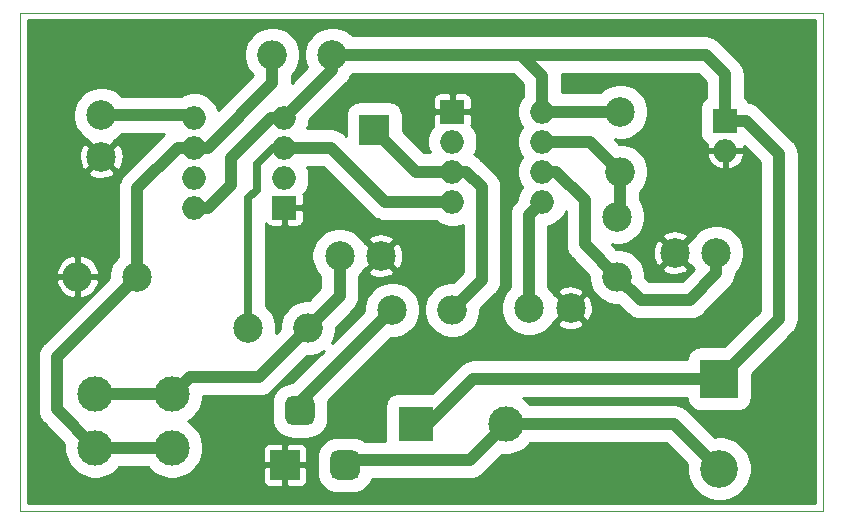
<source format=gbr>
%TF.GenerationSoftware,KiCad,Pcbnew,5.1.7-a382d34a8~87~ubuntu18.04.1*%
%TF.CreationDate,2020-10-29T22:49:13+05:30*%
%TF.ProjectId,leddriver,6c656464-7269-4766-9572-2e6b69636164,rev?*%
%TF.SameCoordinates,Original*%
%TF.FileFunction,Copper,L2,Bot*%
%TF.FilePolarity,Positive*%
%FSLAX46Y46*%
G04 Gerber Fmt 4.6, Leading zero omitted, Abs format (unit mm)*
G04 Created by KiCad (PCBNEW 5.1.7-a382d34a8~87~ubuntu18.04.1) date 2020-10-29 22:49:13*
%MOMM*%
%LPD*%
G01*
G04 APERTURE LIST*
%TA.AperFunction,Profile*%
%ADD10C,0.050000*%
%TD*%
%TA.AperFunction,ComponentPad*%
%ADD11O,2.000000X2.000000*%
%TD*%
%TA.AperFunction,ComponentPad*%
%ADD12R,2.000000X2.000000*%
%TD*%
%TA.AperFunction,ComponentPad*%
%ADD13O,2.500000X2.500000*%
%TD*%
%TA.AperFunction,ComponentPad*%
%ADD14C,2.500000*%
%TD*%
%TA.AperFunction,ComponentPad*%
%ADD15C,3.000000*%
%TD*%
%TA.AperFunction,ComponentPad*%
%ADD16R,3.000000X3.000000*%
%TD*%
%TA.AperFunction,ComponentPad*%
%ADD17R,2.500000X2.500000*%
%TD*%
%TA.AperFunction,ComponentPad*%
%ADD18O,3.200000X3.200000*%
%TD*%
%TA.AperFunction,ComponentPad*%
%ADD19R,3.200000X3.200000*%
%TD*%
%TA.AperFunction,Conductor*%
%ADD20C,1.000000*%
%TD*%
%TA.AperFunction,Conductor*%
%ADD21C,0.700000*%
%TD*%
%TA.AperFunction,Conductor*%
%ADD22C,0.254000*%
%TD*%
%TA.AperFunction,Conductor*%
%ADD23C,0.100000*%
%TD*%
G04 APERTURE END LIST*
D10*
X203911200Y-61722000D02*
X271830800Y-61722000D01*
X203911200Y-19507200D02*
X203911200Y-61722000D01*
X271830800Y-19507200D02*
X271830800Y-61722000D01*
X203911200Y-19507200D02*
X271830800Y-19507200D01*
D11*
%TO.P,U1,8*%
%TO.N,VCC*%
X218643200Y-36017200D03*
%TO.P,U1,4*%
X226263200Y-28397200D03*
%TO.P,U1,7*%
%TO.N,N/C*%
X218643200Y-33477200D03*
%TO.P,U1,3*%
%TO.N,OUT1*%
X226263200Y-30937200D03*
%TO.P,U1,6*%
%TO.N,/THR1*%
X218643200Y-30937200D03*
%TO.P,U1,2*%
X226263200Y-33477200D03*
%TO.P,U1,5*%
%TO.N,/CTRL1*%
X218643200Y-28397200D03*
D12*
%TO.P,U1,1*%
%TO.N,GND*%
X226263200Y-36017200D03*
%TD*%
D13*
%TO.P,R6,2*%
%TO.N,OUT*%
X240487200Y-44653200D03*
D14*
%TO.P,R6,1*%
%TO.N,Net-(Q1-Pad2)*%
X235407200Y-44653200D03*
%TD*%
%TO.P,C1,2*%
%TO.N,GND*%
X234436800Y-40081200D03*
%TO.P,C1,1*%
%TO.N,Net-(C1-Pad1)*%
X230936800Y-40081200D03*
%TD*%
D15*
%TO.P,BZ1,2*%
%TO.N,Net-(BZ1-Pad2)*%
X245039200Y-54305200D03*
D16*
%TO.P,BZ1,1*%
%TO.N,VCC*%
X237439200Y-54305200D03*
%TD*%
%TO.P,Q1,2*%
%TO.N,Net-(Q1-Pad2)*%
%TA.AperFunction,ComponentPad*%
G36*
G01*
X226334000Y-53819000D02*
X226334000Y-52569000D01*
G75*
G02*
X226959000Y-51944000I625000J0D01*
G01*
X228209000Y-51944000D01*
G75*
G02*
X228834000Y-52569000I0J-625000D01*
G01*
X228834000Y-53819000D01*
G75*
G02*
X228209000Y-54444000I-625000J0D01*
G01*
X226959000Y-54444000D01*
G75*
G02*
X226334000Y-53819000I0J625000D01*
G01*
G37*
%TD.AperFunction*%
%TO.P,Q1,3*%
%TO.N,Net-(BZ1-Pad2)*%
%TA.AperFunction,ComponentPad*%
G36*
G01*
X230144000Y-58429000D02*
X230144000Y-57179000D01*
G75*
G02*
X230769000Y-56554000I625000J0D01*
G01*
X232019000Y-56554000D01*
G75*
G02*
X232644000Y-57179000I0J-625000D01*
G01*
X232644000Y-58429000D01*
G75*
G02*
X232019000Y-59054000I-625000J0D01*
G01*
X230769000Y-59054000D01*
G75*
G02*
X230144000Y-58429000I0J625000D01*
G01*
G37*
%TD.AperFunction*%
D17*
%TO.P,Q1,1*%
%TO.N,GND*%
X226314000Y-57804000D03*
%TD*%
D14*
%TO.P,C4,2*%
%TO.N,GND*%
X250489600Y-44500800D03*
%TO.P,C4,1*%
%TO.N,/CTRL2*%
X246989600Y-44500800D03*
%TD*%
D11*
%TO.P,U2,8*%
%TO.N,VCC*%
X248107200Y-27889200D03*
%TO.P,U2,4*%
%TO.N,OUT1*%
X240487200Y-35509200D03*
%TO.P,U2,7*%
%TO.N,/DIS2*%
X248107200Y-30429200D03*
%TO.P,U2,3*%
%TO.N,OUT*%
X240487200Y-32969200D03*
%TO.P,U2,6*%
%TO.N,/THR2*%
X248107200Y-32969200D03*
%TO.P,U2,2*%
X240487200Y-30429200D03*
%TO.P,U2,5*%
%TO.N,/CTRL2*%
X248107200Y-35509200D03*
D12*
%TO.P,U2,1*%
%TO.N,GND*%
X240487200Y-27889200D03*
%TD*%
D17*
%TO.P,J1,1*%
%TO.N,OUT*%
X233883200Y-29413200D03*
%TD*%
D11*
%TO.P,J2,2*%
%TO.N,GND*%
X263601200Y-31191200D03*
D12*
%TO.P,J2,1*%
%TO.N,VCC*%
X263601200Y-28651200D03*
%TD*%
D14*
%TO.P,C3,2*%
%TO.N,GND*%
X259339200Y-39827200D03*
%TO.P,C3,1*%
%TO.N,/THR2*%
X262839200Y-39827200D03*
%TD*%
D18*
%TO.P,D1,2*%
%TO.N,Net-(BZ1-Pad2)*%
X263093200Y-58115200D03*
D19*
%TO.P,D1,1*%
%TO.N,VCC*%
X263093200Y-50495200D03*
%TD*%
D13*
%TO.P,R5,2*%
%TO.N,/THR2*%
X254457200Y-41859200D03*
D14*
%TO.P,R5,1*%
%TO.N,/DIS2*%
X254457200Y-36779200D03*
%TD*%
D13*
%TO.P,R4,2*%
%TO.N,/DIS2*%
X254711200Y-32969200D03*
D14*
%TO.P,R4,1*%
%TO.N,VCC*%
X254711200Y-27889200D03*
%TD*%
D13*
%TO.P,R3,2*%
%TO.N,GND*%
X208737200Y-41859200D03*
D14*
%TO.P,R3,1*%
%TO.N,/THR1*%
X213817200Y-41859200D03*
%TD*%
D13*
%TO.P,R2,2*%
%TO.N,/THR1*%
X225247200Y-23063200D03*
D14*
%TO.P,R2,1*%
%TO.N,VCC*%
X230327200Y-23063200D03*
%TD*%
D13*
%TO.P,R1,2*%
%TO.N,Net-(C1-Pad1)*%
X228295200Y-46177200D03*
D14*
%TO.P,R1,1*%
%TO.N,OUT1*%
X223215200Y-46177200D03*
%TD*%
%TO.P,C2,2*%
%TO.N,GND*%
X210769200Y-31699200D03*
%TO.P,C2,1*%
%TO.N,/CTRL1*%
X210769200Y-28199200D03*
%TD*%
D15*
%TO.P,SW1,1*%
%TO.N,Net-(C1-Pad1)*%
X216761200Y-51837200D03*
%TO.P,SW1,2*%
%TO.N,/THR1*%
X216761200Y-56337200D03*
%TO.P,SW1,1*%
%TO.N,Net-(C1-Pad1)*%
X210261200Y-51837200D03*
%TO.P,SW1,2*%
%TO.N,/THR1*%
X210261200Y-56337200D03*
%TD*%
D20*
%TO.N,Net-(C1-Pad1)*%
X224135199Y-50337201D02*
X228295200Y-46177200D01*
X218261199Y-50337201D02*
X224135199Y-50337201D01*
X216761200Y-51837200D02*
X218261199Y-50337201D01*
X210261200Y-51837200D02*
X216761200Y-51837200D01*
X229819200Y-44653200D02*
X228295200Y-46177200D01*
X230936800Y-43535600D02*
X229819200Y-44653200D01*
X230936800Y-40081200D02*
X230936800Y-43535600D01*
%TO.N,VCC*%
X230327200Y-23063200D02*
X246329200Y-23063200D01*
X248107200Y-24841200D02*
X248107200Y-27889200D01*
X246329200Y-23063200D02*
X248107200Y-24841200D01*
X246329200Y-23063200D02*
X261924800Y-23063200D01*
X263601200Y-24739600D02*
X263601200Y-28651200D01*
X261924800Y-23063200D02*
X263601200Y-24739600D01*
X248107200Y-27889200D02*
X254711200Y-27889200D01*
X263601200Y-28651200D02*
X265328400Y-28651200D01*
X265328400Y-28651200D02*
X268173200Y-31496000D01*
X268173200Y-45415200D02*
X263093200Y-50495200D01*
X268173200Y-31496000D02*
X268173200Y-45415200D01*
X237439200Y-54305200D02*
X238455200Y-54305200D01*
X242265200Y-50495200D02*
X263093200Y-50495200D01*
X238455200Y-54305200D02*
X242265200Y-50495200D01*
X230327200Y-24333200D02*
X230327200Y-23063200D01*
X226263200Y-28397200D02*
X230327200Y-24333200D01*
X225171643Y-28397200D02*
X226263200Y-28397200D01*
X221742000Y-31826843D02*
X225171643Y-28397200D01*
X221742000Y-34078402D02*
X221742000Y-31826843D01*
X219803202Y-36017200D02*
X221742000Y-34078402D01*
X218643200Y-36017200D02*
X219803202Y-36017200D01*
%TO.N,OUT*%
X241647202Y-32969200D02*
X240487200Y-32969200D01*
X242987201Y-34309199D02*
X241647202Y-32969200D01*
X242987201Y-42153199D02*
X242987201Y-34309199D01*
X240487200Y-44653200D02*
X242987201Y-42153199D01*
X237439200Y-32969200D02*
X240487200Y-32969200D01*
X233883200Y-29413200D02*
X237439200Y-32969200D01*
%TO.N,OUT1*%
X234779198Y-35509200D02*
X240487200Y-35509200D01*
X226263200Y-30937200D02*
X230207198Y-30937200D01*
X230207198Y-30937200D02*
X234779198Y-35509200D01*
X227677413Y-30937200D02*
X226263200Y-30937200D01*
D21*
X223913199Y-32349199D02*
X225325198Y-30937200D01*
X225325198Y-30937200D02*
X226263200Y-30937200D01*
X223913199Y-34523512D02*
X223913199Y-32349199D01*
X223215200Y-35221511D02*
X223913199Y-34523512D01*
X223215200Y-46177200D02*
X223215200Y-35221511D01*
D20*
%TO.N,Net-(BZ1-Pad2)*%
X241940400Y-57404000D02*
X245039200Y-54305200D01*
X231394000Y-57404000D02*
X241940400Y-57404000D01*
X259283200Y-54305200D02*
X263093200Y-58115200D01*
X245039200Y-54305200D02*
X259283200Y-54305200D01*
%TO.N,/CTRL1*%
X218445200Y-28199200D02*
X218643200Y-28397200D01*
X210769200Y-28199200D02*
X218445200Y-28199200D01*
%TO.N,/THR2*%
X251707199Y-39109199D02*
X254457200Y-41859200D01*
X251707199Y-35409197D02*
X251707199Y-39109199D01*
X249267202Y-32969200D02*
X251707199Y-35409197D01*
X248107200Y-32969200D02*
X249267202Y-32969200D01*
X254457200Y-41859200D02*
X256438400Y-43840400D01*
X262839200Y-41594966D02*
X262839200Y-39827200D01*
X260593766Y-43840400D02*
X262839200Y-41594966D01*
X256438400Y-43840400D02*
X260593766Y-43840400D01*
%TO.N,/CTRL2*%
X246989600Y-36626800D02*
X246989600Y-44500800D01*
X248107200Y-35509200D02*
X246989600Y-36626800D01*
%TO.N,/THR1*%
X219803202Y-30937200D02*
X218643200Y-30937200D01*
X225247200Y-25493202D02*
X219803202Y-30937200D01*
X225247200Y-23063200D02*
X225247200Y-25493202D01*
X217228987Y-30937200D02*
X213817200Y-34348987D01*
X213817200Y-34348987D02*
X213817200Y-41859200D01*
X218643200Y-30937200D02*
X217228987Y-30937200D01*
X210261200Y-56337200D02*
X216761200Y-56337200D01*
X210261200Y-56337200D02*
X207010000Y-53086000D01*
X207010000Y-48666400D02*
X213817200Y-41859200D01*
X207010000Y-53086000D02*
X207010000Y-48666400D01*
%TO.N,/DIS2*%
X252171200Y-30429200D02*
X254711200Y-32969200D01*
X248107200Y-30429200D02*
X252171200Y-30429200D01*
X254711200Y-36525200D02*
X254457200Y-36779200D01*
X254711200Y-32969200D02*
X254711200Y-36525200D01*
%TO.N,Net-(Q1-Pad2)*%
X227584000Y-53594000D02*
X227584000Y-52476400D01*
X227584000Y-52476400D02*
X235407200Y-44653200D01*
%TD*%
D22*
%TO.N,GND*%
X271170801Y-61062000D02*
X204571200Y-61062000D01*
X204571200Y-59054000D01*
X224425928Y-59054000D01*
X224438188Y-59178482D01*
X224474498Y-59298180D01*
X224533463Y-59408494D01*
X224612815Y-59505185D01*
X224709506Y-59584537D01*
X224819820Y-59643502D01*
X224939518Y-59679812D01*
X225064000Y-59692072D01*
X226028250Y-59689000D01*
X226187000Y-59530250D01*
X226187000Y-57931000D01*
X226441000Y-57931000D01*
X226441000Y-59530250D01*
X226599750Y-59689000D01*
X227564000Y-59692072D01*
X227688482Y-59679812D01*
X227808180Y-59643502D01*
X227918494Y-59584537D01*
X228015185Y-59505185D01*
X228094537Y-59408494D01*
X228153502Y-59298180D01*
X228189812Y-59178482D01*
X228202072Y-59054000D01*
X228199000Y-58089750D01*
X228040250Y-57931000D01*
X226441000Y-57931000D01*
X226187000Y-57931000D01*
X224587750Y-57931000D01*
X224429000Y-58089750D01*
X224425928Y-59054000D01*
X204571200Y-59054000D01*
X204571200Y-48666400D01*
X205375129Y-48666400D01*
X205383001Y-48746324D01*
X205383000Y-53006085D01*
X205375129Y-53086000D01*
X205383000Y-53165914D01*
X205383000Y-53165924D01*
X205406542Y-53404947D01*
X205499575Y-53711637D01*
X205650654Y-53994285D01*
X205853971Y-54242029D01*
X205916054Y-54292979D01*
X207645372Y-56022298D01*
X207634200Y-56078463D01*
X207634200Y-56595937D01*
X207735154Y-57103468D01*
X207933183Y-57581551D01*
X208220676Y-58011815D01*
X208586585Y-58377724D01*
X209016849Y-58665217D01*
X209494932Y-58863246D01*
X210002463Y-58964200D01*
X210519937Y-58964200D01*
X211027468Y-58863246D01*
X211505551Y-58665217D01*
X211935815Y-58377724D01*
X212301724Y-58011815D01*
X212333539Y-57964200D01*
X214688861Y-57964200D01*
X214720676Y-58011815D01*
X215086585Y-58377724D01*
X215516849Y-58665217D01*
X215994932Y-58863246D01*
X216502463Y-58964200D01*
X217019937Y-58964200D01*
X217527468Y-58863246D01*
X218005551Y-58665217D01*
X218435815Y-58377724D01*
X218801724Y-58011815D01*
X219089217Y-57581551D01*
X219287246Y-57103468D01*
X219388200Y-56595937D01*
X219388200Y-56554000D01*
X224425928Y-56554000D01*
X224429000Y-57518250D01*
X224587750Y-57677000D01*
X226187000Y-57677000D01*
X226187000Y-56077750D01*
X226441000Y-56077750D01*
X226441000Y-57677000D01*
X228040250Y-57677000D01*
X228199000Y-57518250D01*
X228202072Y-56554000D01*
X228189812Y-56429518D01*
X228153502Y-56309820D01*
X228094537Y-56199506D01*
X228015185Y-56102815D01*
X227918494Y-56023463D01*
X227808180Y-55964498D01*
X227688482Y-55928188D01*
X227564000Y-55915928D01*
X226599750Y-55919000D01*
X226441000Y-56077750D01*
X226187000Y-56077750D01*
X226028250Y-55919000D01*
X225064000Y-55915928D01*
X224939518Y-55928188D01*
X224819820Y-55964498D01*
X224709506Y-56023463D01*
X224612815Y-56102815D01*
X224533463Y-56199506D01*
X224474498Y-56309820D01*
X224438188Y-56429518D01*
X224425928Y-56554000D01*
X219388200Y-56554000D01*
X219388200Y-56078463D01*
X219287246Y-55570932D01*
X219089217Y-55092849D01*
X218801724Y-54662585D01*
X218435815Y-54296676D01*
X218122312Y-54087200D01*
X218435815Y-53877724D01*
X218801724Y-53511815D01*
X219089217Y-53081551D01*
X219287246Y-52603468D01*
X219388200Y-52095937D01*
X219388200Y-51964201D01*
X224055285Y-51964201D01*
X224135199Y-51972072D01*
X224215113Y-51964201D01*
X224215124Y-51964201D01*
X224454147Y-51940659D01*
X224760837Y-51847626D01*
X225043485Y-51696547D01*
X225291228Y-51493230D01*
X225342178Y-51431147D01*
X228219126Y-48554200D01*
X228529314Y-48554200D01*
X228988545Y-48462853D01*
X229421132Y-48283670D01*
X229585899Y-48173576D01*
X226946718Y-50812757D01*
X226616138Y-50845316D01*
X226286452Y-50945325D01*
X225982611Y-51107731D01*
X225716293Y-51326293D01*
X225497731Y-51592611D01*
X225335325Y-51896452D01*
X225235316Y-52226138D01*
X225201547Y-52569000D01*
X225201547Y-53819000D01*
X225235316Y-54161862D01*
X225335325Y-54491548D01*
X225497731Y-54795389D01*
X225716293Y-55061707D01*
X225982611Y-55280269D01*
X226286452Y-55442675D01*
X226616138Y-55542684D01*
X226959000Y-55576453D01*
X228209000Y-55576453D01*
X228551862Y-55542684D01*
X228881548Y-55442675D01*
X229185389Y-55280269D01*
X229451707Y-55061707D01*
X229670269Y-54795389D01*
X229832675Y-54491548D01*
X229932684Y-54161862D01*
X229966453Y-53819000D01*
X229966453Y-52569000D01*
X229950841Y-52410484D01*
X235331125Y-47030200D01*
X235641314Y-47030200D01*
X236100545Y-46938853D01*
X236533132Y-46759670D01*
X236922449Y-46499536D01*
X237253536Y-46168449D01*
X237513670Y-45779132D01*
X237692853Y-45346545D01*
X237784200Y-44887314D01*
X237784200Y-44419086D01*
X237692853Y-43959855D01*
X237513670Y-43527268D01*
X237253536Y-43137951D01*
X236922449Y-42806864D01*
X236533132Y-42546730D01*
X236100545Y-42367547D01*
X235641314Y-42276200D01*
X235173086Y-42276200D01*
X234713855Y-42367547D01*
X234281268Y-42546730D01*
X233891951Y-42806864D01*
X233560864Y-43137951D01*
X233300730Y-43527268D01*
X233121547Y-43959855D01*
X233030200Y-44419086D01*
X233030200Y-44729275D01*
X230291576Y-47467899D01*
X230401670Y-47303132D01*
X230580853Y-46870545D01*
X230672200Y-46411314D01*
X230672200Y-46101125D01*
X231026178Y-45747147D01*
X232030751Y-44742575D01*
X232092829Y-44691629D01*
X232143775Y-44629551D01*
X232143778Y-44629548D01*
X232296146Y-44443886D01*
X232361726Y-44321195D01*
X232447225Y-44161238D01*
X232540258Y-43854548D01*
X232563800Y-43615525D01*
X232563800Y-43615515D01*
X232571671Y-43535601D01*
X232563800Y-43455686D01*
X232563800Y-41815785D01*
X232783136Y-41596449D01*
X232917870Y-41394805D01*
X233302800Y-41394805D01*
X233428714Y-41684777D01*
X233760926Y-41850633D01*
X234119112Y-41948490D01*
X234489506Y-41974589D01*
X234857875Y-41927925D01*
X235210062Y-41810294D01*
X235444886Y-41684777D01*
X235570800Y-41394805D01*
X234436800Y-40260805D01*
X233302800Y-41394805D01*
X232917870Y-41394805D01*
X233043270Y-41207132D01*
X233052622Y-41184555D01*
X233123195Y-41215200D01*
X234257195Y-40081200D01*
X234616405Y-40081200D01*
X235750405Y-41215200D01*
X236040377Y-41089286D01*
X236206233Y-40757074D01*
X236304090Y-40398888D01*
X236330189Y-40028494D01*
X236283525Y-39660125D01*
X236165894Y-39307938D01*
X236040377Y-39073114D01*
X235750405Y-38947200D01*
X234616405Y-40081200D01*
X234257195Y-40081200D01*
X233123195Y-38947200D01*
X233052622Y-38977845D01*
X233043270Y-38955268D01*
X232917871Y-38767595D01*
X233302800Y-38767595D01*
X234436800Y-39901595D01*
X235570800Y-38767595D01*
X235444886Y-38477623D01*
X235112674Y-38311767D01*
X234754488Y-38213910D01*
X234384094Y-38187811D01*
X234015725Y-38234475D01*
X233663538Y-38352106D01*
X233428714Y-38477623D01*
X233302800Y-38767595D01*
X232917871Y-38767595D01*
X232783136Y-38565951D01*
X232452049Y-38234864D01*
X232062732Y-37974730D01*
X231630145Y-37795547D01*
X231170914Y-37704200D01*
X230702686Y-37704200D01*
X230243455Y-37795547D01*
X229810868Y-37974730D01*
X229421551Y-38234864D01*
X229090464Y-38565951D01*
X228830330Y-38955268D01*
X228651147Y-39387855D01*
X228559800Y-39847086D01*
X228559800Y-40315314D01*
X228651147Y-40774545D01*
X228830330Y-41207132D01*
X229090464Y-41596449D01*
X229309801Y-41815786D01*
X229309801Y-42861674D01*
X228371275Y-43800200D01*
X228061086Y-43800200D01*
X227601855Y-43891547D01*
X227169268Y-44070730D01*
X226779951Y-44330864D01*
X226448864Y-44661951D01*
X226188730Y-45051268D01*
X226009547Y-45483855D01*
X225918200Y-45943086D01*
X225918200Y-46253274D01*
X225550495Y-46620980D01*
X225592200Y-46411314D01*
X225592200Y-45943086D01*
X225500853Y-45483855D01*
X225321670Y-45051268D01*
X225061536Y-44661951D01*
X224730449Y-44330864D01*
X224692200Y-44305307D01*
X224692200Y-37295994D01*
X224732663Y-37371694D01*
X224812015Y-37468385D01*
X224908706Y-37547737D01*
X225019020Y-37606702D01*
X225138718Y-37643012D01*
X225263200Y-37655272D01*
X225977450Y-37652200D01*
X226136200Y-37493450D01*
X226136200Y-36144200D01*
X226390200Y-36144200D01*
X226390200Y-37493450D01*
X226548950Y-37652200D01*
X227263200Y-37655272D01*
X227387682Y-37643012D01*
X227507380Y-37606702D01*
X227617694Y-37547737D01*
X227714385Y-37468385D01*
X227793737Y-37371694D01*
X227852702Y-37261380D01*
X227889012Y-37141682D01*
X227901272Y-37017200D01*
X227898200Y-36302950D01*
X227739450Y-36144200D01*
X226390200Y-36144200D01*
X226136200Y-36144200D01*
X226116200Y-36144200D01*
X226116200Y-35890200D01*
X226136200Y-35890200D01*
X226136200Y-35870200D01*
X226390200Y-35870200D01*
X226390200Y-35890200D01*
X227739450Y-35890200D01*
X227898200Y-35731450D01*
X227901272Y-35017200D01*
X227889012Y-34892718D01*
X227881262Y-34867171D01*
X227915349Y-34833084D01*
X228148123Y-34484712D01*
X228308461Y-34097623D01*
X228390200Y-33686691D01*
X228390200Y-33267709D01*
X228308461Y-32856777D01*
X228187271Y-32564200D01*
X229533273Y-32564200D01*
X233572218Y-36603145D01*
X233623169Y-36665229D01*
X233749058Y-36768543D01*
X233870911Y-36868546D01*
X234015344Y-36945747D01*
X234153560Y-37019625D01*
X234460250Y-37112658D01*
X234699273Y-37136200D01*
X234699283Y-37136200D01*
X234779197Y-37144071D01*
X234859112Y-37136200D01*
X239106167Y-37136200D01*
X239131316Y-37161349D01*
X239479688Y-37394123D01*
X239866777Y-37554461D01*
X240277709Y-37636200D01*
X240696691Y-37636200D01*
X241107623Y-37554461D01*
X241360202Y-37449839D01*
X241360201Y-41479273D01*
X240563275Y-42276200D01*
X240253086Y-42276200D01*
X239793855Y-42367547D01*
X239361268Y-42546730D01*
X238971951Y-42806864D01*
X238640864Y-43137951D01*
X238380730Y-43527268D01*
X238201547Y-43959855D01*
X238110200Y-44419086D01*
X238110200Y-44887314D01*
X238201547Y-45346545D01*
X238380730Y-45779132D01*
X238640864Y-46168449D01*
X238971951Y-46499536D01*
X239361268Y-46759670D01*
X239793855Y-46938853D01*
X240253086Y-47030200D01*
X240721314Y-47030200D01*
X241180545Y-46938853D01*
X241613132Y-46759670D01*
X242002449Y-46499536D01*
X242333536Y-46168449D01*
X242593670Y-45779132D01*
X242772853Y-45346545D01*
X242864200Y-44887314D01*
X242864200Y-44577125D01*
X244081153Y-43360173D01*
X244143230Y-43309228D01*
X244194176Y-43247150D01*
X244194179Y-43247147D01*
X244346547Y-43061485D01*
X244497625Y-42778839D01*
X244501069Y-42767486D01*
X244590659Y-42472147D01*
X244614201Y-42233124D01*
X244614201Y-42233114D01*
X244622072Y-42153200D01*
X244614201Y-42073285D01*
X244614201Y-34389124D01*
X244622073Y-34309199D01*
X244590659Y-33990251D01*
X244565024Y-33905743D01*
X244497626Y-33683561D01*
X244346547Y-33400913D01*
X244255104Y-33289489D01*
X244194179Y-33215251D01*
X244194176Y-33215248D01*
X244143230Y-33153170D01*
X244081152Y-33102224D01*
X242854179Y-31875252D01*
X242803231Y-31813171D01*
X242555488Y-31609854D01*
X242335133Y-31492071D01*
X242372123Y-31436712D01*
X242532461Y-31049623D01*
X242614200Y-30638691D01*
X242614200Y-30219709D01*
X242532461Y-29808777D01*
X242372123Y-29421688D01*
X242139349Y-29073316D01*
X242105262Y-29039229D01*
X242113012Y-29013682D01*
X242125272Y-28889200D01*
X242122200Y-28174950D01*
X241963450Y-28016200D01*
X240614200Y-28016200D01*
X240614200Y-28036200D01*
X240360200Y-28036200D01*
X240360200Y-28016200D01*
X239010950Y-28016200D01*
X238852200Y-28174950D01*
X238849128Y-28889200D01*
X238861388Y-29013682D01*
X238869138Y-29039229D01*
X238835051Y-29073316D01*
X238602277Y-29421688D01*
X238441939Y-29808777D01*
X238360200Y-30219709D01*
X238360200Y-30638691D01*
X238441939Y-31049623D01*
X238563129Y-31342200D01*
X238113125Y-31342200D01*
X236265653Y-29494728D01*
X236265653Y-28163200D01*
X236243893Y-27942269D01*
X236179450Y-27729829D01*
X236074800Y-27534043D01*
X235933965Y-27362435D01*
X235762357Y-27221600D01*
X235566571Y-27116950D01*
X235354131Y-27052507D01*
X235133200Y-27030747D01*
X232633200Y-27030747D01*
X232412269Y-27052507D01*
X232199829Y-27116950D01*
X232004043Y-27221600D01*
X231832435Y-27362435D01*
X231691600Y-27534043D01*
X231586950Y-27729829D01*
X231522507Y-27942269D01*
X231500747Y-28163200D01*
X231500747Y-29929824D01*
X231414176Y-29843253D01*
X231363227Y-29781171D01*
X231115484Y-29577854D01*
X230832836Y-29426775D01*
X230526146Y-29333742D01*
X230287123Y-29310200D01*
X230287112Y-29310200D01*
X230207198Y-29302329D01*
X230127284Y-29310200D01*
X228187271Y-29310200D01*
X228308461Y-29017623D01*
X228390200Y-28606691D01*
X228390200Y-28571125D01*
X230072125Y-26889200D01*
X238849128Y-26889200D01*
X238852200Y-27603450D01*
X239010950Y-27762200D01*
X240360200Y-27762200D01*
X240360200Y-26412950D01*
X240614200Y-26412950D01*
X240614200Y-27762200D01*
X241963450Y-27762200D01*
X242122200Y-27603450D01*
X242125272Y-26889200D01*
X242113012Y-26764718D01*
X242076702Y-26645020D01*
X242017737Y-26534706D01*
X241938385Y-26438015D01*
X241841694Y-26358663D01*
X241731380Y-26299698D01*
X241611682Y-26263388D01*
X241487200Y-26251128D01*
X240772950Y-26254200D01*
X240614200Y-26412950D01*
X240360200Y-26412950D01*
X240201450Y-26254200D01*
X239487200Y-26251128D01*
X239362718Y-26263388D01*
X239243020Y-26299698D01*
X239132706Y-26358663D01*
X239036015Y-26438015D01*
X238956663Y-26534706D01*
X238897698Y-26645020D01*
X238861388Y-26764718D01*
X238849128Y-26889200D01*
X230072125Y-26889200D01*
X231421152Y-25540174D01*
X231483229Y-25489229D01*
X231534175Y-25427151D01*
X231534178Y-25427148D01*
X231686546Y-25241486D01*
X231722482Y-25174255D01*
X231837625Y-24958838D01*
X231856992Y-24894993D01*
X232061785Y-24690200D01*
X245655275Y-24690200D01*
X246480200Y-25515126D01*
X246480201Y-26508166D01*
X246455051Y-26533316D01*
X246222277Y-26881688D01*
X246061939Y-27268777D01*
X245980200Y-27679709D01*
X245980200Y-28098691D01*
X246061939Y-28509623D01*
X246222277Y-28896712D01*
X246397665Y-29159200D01*
X246222277Y-29421688D01*
X246061939Y-29808777D01*
X245980200Y-30219709D01*
X245980200Y-30638691D01*
X246061939Y-31049623D01*
X246222277Y-31436712D01*
X246397665Y-31699200D01*
X246222277Y-31961688D01*
X246061939Y-32348777D01*
X245980200Y-32759709D01*
X245980200Y-33178691D01*
X246061939Y-33589623D01*
X246222277Y-33976712D01*
X246397665Y-34239200D01*
X246222277Y-34501688D01*
X246061939Y-34888777D01*
X245980200Y-35299709D01*
X245980200Y-35335275D01*
X245895654Y-35419821D01*
X245833571Y-35470771D01*
X245630254Y-35718515D01*
X245479175Y-36001163D01*
X245386142Y-36307853D01*
X245362600Y-36546876D01*
X245362600Y-36546886D01*
X245354729Y-36626800D01*
X245362600Y-36706715D01*
X245362601Y-42766214D01*
X245143264Y-42985551D01*
X244883130Y-43374868D01*
X244703947Y-43807455D01*
X244612600Y-44266686D01*
X244612600Y-44734914D01*
X244703947Y-45194145D01*
X244883130Y-45626732D01*
X245143264Y-46016049D01*
X245474351Y-46347136D01*
X245863668Y-46607270D01*
X246296255Y-46786453D01*
X246755486Y-46877800D01*
X247223714Y-46877800D01*
X247682945Y-46786453D01*
X248115532Y-46607270D01*
X248504849Y-46347136D01*
X248835936Y-46016049D01*
X248970670Y-45814405D01*
X249355600Y-45814405D01*
X249481514Y-46104377D01*
X249813726Y-46270233D01*
X250171912Y-46368090D01*
X250542306Y-46394189D01*
X250910675Y-46347525D01*
X251262862Y-46229894D01*
X251497686Y-46104377D01*
X251623600Y-45814405D01*
X250489600Y-44680405D01*
X249355600Y-45814405D01*
X248970670Y-45814405D01*
X249096070Y-45626732D01*
X249105422Y-45604155D01*
X249175995Y-45634800D01*
X250309995Y-44500800D01*
X250669205Y-44500800D01*
X251803205Y-45634800D01*
X252093177Y-45508886D01*
X252259033Y-45176674D01*
X252356890Y-44818488D01*
X252382989Y-44448094D01*
X252336325Y-44079725D01*
X252218694Y-43727538D01*
X252093177Y-43492714D01*
X251803205Y-43366800D01*
X250669205Y-44500800D01*
X250309995Y-44500800D01*
X249175995Y-43366800D01*
X249105422Y-43397445D01*
X249096070Y-43374868D01*
X248970671Y-43187195D01*
X249355600Y-43187195D01*
X250489600Y-44321195D01*
X251623600Y-43187195D01*
X251497686Y-42897223D01*
X251165474Y-42731367D01*
X250807288Y-42633510D01*
X250436894Y-42607411D01*
X250068525Y-42654075D01*
X249716338Y-42771706D01*
X249481514Y-42897223D01*
X249355600Y-43187195D01*
X248970671Y-43187195D01*
X248835936Y-42985551D01*
X248616600Y-42766215D01*
X248616600Y-37576545D01*
X248727623Y-37554461D01*
X249114712Y-37394123D01*
X249463084Y-37161349D01*
X249759349Y-36865084D01*
X249992123Y-36516712D01*
X250080199Y-36304078D01*
X250080200Y-39029275D01*
X250072328Y-39109199D01*
X250080200Y-39189124D01*
X250103742Y-39428147D01*
X250196775Y-39734837D01*
X250347853Y-40017484D01*
X250500221Y-40203146D01*
X250500225Y-40203150D01*
X250551171Y-40265228D01*
X250613249Y-40316174D01*
X252080200Y-41783126D01*
X252080200Y-42093314D01*
X252171547Y-42552545D01*
X252350730Y-42985132D01*
X252610864Y-43374449D01*
X252941951Y-43705536D01*
X253331268Y-43965670D01*
X253763855Y-44144853D01*
X254223086Y-44236200D01*
X254533274Y-44236200D01*
X255231425Y-44934351D01*
X255282371Y-44996429D01*
X255344449Y-45047375D01*
X255344452Y-45047378D01*
X255456165Y-45139058D01*
X255530114Y-45199746D01*
X255812762Y-45350825D01*
X256119452Y-45443858D01*
X256358475Y-45467400D01*
X256358483Y-45467400D01*
X256438400Y-45475271D01*
X256518317Y-45467400D01*
X260513852Y-45467400D01*
X260593766Y-45475271D01*
X260673680Y-45467400D01*
X260673691Y-45467400D01*
X260912714Y-45443858D01*
X261219404Y-45350825D01*
X261502052Y-45199746D01*
X261749795Y-44996429D01*
X261800745Y-44934346D01*
X263933152Y-42801940D01*
X263995229Y-42750995D01*
X264046175Y-42688917D01*
X264046178Y-42688914D01*
X264198546Y-42503252D01*
X264349624Y-42220606D01*
X264359615Y-42187670D01*
X264442658Y-41913914D01*
X264466200Y-41674891D01*
X264466200Y-41674881D01*
X264474071Y-41594967D01*
X264470390Y-41557595D01*
X264685536Y-41342449D01*
X264945670Y-40953132D01*
X265124853Y-40520545D01*
X265216200Y-40061314D01*
X265216200Y-39593086D01*
X265124853Y-39133855D01*
X264945670Y-38701268D01*
X264685536Y-38311951D01*
X264354449Y-37980864D01*
X263965132Y-37720730D01*
X263532545Y-37541547D01*
X263073314Y-37450200D01*
X262605086Y-37450200D01*
X262145855Y-37541547D01*
X261713268Y-37720730D01*
X261323951Y-37980864D01*
X260992864Y-38311951D01*
X260732730Y-38701268D01*
X260723378Y-38723845D01*
X260652805Y-38693200D01*
X259518805Y-39827200D01*
X260652805Y-40961200D01*
X260723378Y-40930555D01*
X260732730Y-40953132D01*
X260911925Y-41221315D01*
X259919841Y-42213400D01*
X257112326Y-42213400D01*
X256834200Y-41935274D01*
X256834200Y-41625086D01*
X256742853Y-41165855D01*
X256732477Y-41140805D01*
X258205200Y-41140805D01*
X258331114Y-41430777D01*
X258663326Y-41596633D01*
X259021512Y-41694490D01*
X259391906Y-41720589D01*
X259760275Y-41673925D01*
X260112462Y-41556294D01*
X260347286Y-41430777D01*
X260473200Y-41140805D01*
X259339200Y-40006805D01*
X258205200Y-41140805D01*
X256732477Y-41140805D01*
X256563670Y-40733268D01*
X256303536Y-40343951D01*
X255972449Y-40012864D01*
X255773464Y-39879906D01*
X257445811Y-39879906D01*
X257492475Y-40248275D01*
X257610106Y-40600462D01*
X257735623Y-40835286D01*
X258025595Y-40961200D01*
X259159595Y-39827200D01*
X258025595Y-38693200D01*
X257735623Y-38819114D01*
X257569767Y-39151326D01*
X257471910Y-39509512D01*
X257445811Y-39879906D01*
X255773464Y-39879906D01*
X255583132Y-39752730D01*
X255150545Y-39573547D01*
X254691314Y-39482200D01*
X254381126Y-39482200D01*
X254013420Y-39114495D01*
X254223086Y-39156200D01*
X254691314Y-39156200D01*
X255150545Y-39064853D01*
X255583132Y-38885670D01*
X255972449Y-38625536D01*
X256084390Y-38513595D01*
X258205200Y-38513595D01*
X259339200Y-39647595D01*
X260473200Y-38513595D01*
X260347286Y-38223623D01*
X260015074Y-38057767D01*
X259656888Y-37959910D01*
X259286494Y-37933811D01*
X258918125Y-37980475D01*
X258565938Y-38098106D01*
X258331114Y-38223623D01*
X258205200Y-38513595D01*
X256084390Y-38513595D01*
X256303536Y-38294449D01*
X256563670Y-37905132D01*
X256742853Y-37472545D01*
X256834200Y-37013314D01*
X256834200Y-36545086D01*
X256742853Y-36085855D01*
X256563670Y-35653268D01*
X256338200Y-35315829D01*
X256338200Y-34703785D01*
X256557536Y-34484449D01*
X256817670Y-34095132D01*
X256996853Y-33662545D01*
X257088200Y-33203314D01*
X257088200Y-32735086D01*
X256996853Y-32275855D01*
X256817670Y-31843268D01*
X256636170Y-31571634D01*
X262011076Y-31571634D01*
X262067698Y-31758307D01*
X262207801Y-32046582D01*
X262401452Y-32301985D01*
X262641208Y-32514701D01*
X262917856Y-32676556D01*
X263220765Y-32781329D01*
X263474200Y-32662515D01*
X263474200Y-31318200D01*
X263728200Y-31318200D01*
X263728200Y-32662515D01*
X263981635Y-32781329D01*
X264284544Y-32676556D01*
X264561192Y-32514701D01*
X264800948Y-32301985D01*
X264994599Y-32046582D01*
X265134702Y-31758307D01*
X265191324Y-31571634D01*
X265071977Y-31318200D01*
X263728200Y-31318200D01*
X263474200Y-31318200D01*
X262130423Y-31318200D01*
X262011076Y-31571634D01*
X256636170Y-31571634D01*
X256557536Y-31453951D01*
X256226449Y-31122864D01*
X255837132Y-30862730D01*
X255404545Y-30683547D01*
X254945314Y-30592200D01*
X254635125Y-30592200D01*
X254267420Y-30224495D01*
X254477086Y-30266200D01*
X254945314Y-30266200D01*
X255404545Y-30174853D01*
X255837132Y-29995670D01*
X256226449Y-29735536D01*
X256557536Y-29404449D01*
X256817670Y-29015132D01*
X256996853Y-28582545D01*
X257088200Y-28123314D01*
X257088200Y-27655086D01*
X256996853Y-27195855D01*
X256817670Y-26763268D01*
X256557536Y-26373951D01*
X256226449Y-26042864D01*
X255837132Y-25782730D01*
X255404545Y-25603547D01*
X254945314Y-25512200D01*
X254477086Y-25512200D01*
X254017855Y-25603547D01*
X253585268Y-25782730D01*
X253195951Y-26042864D01*
X252976615Y-26262200D01*
X249734200Y-26262200D01*
X249734200Y-24921125D01*
X249742072Y-24841200D01*
X249727200Y-24690200D01*
X261250875Y-24690200D01*
X261974200Y-25413525D01*
X261974201Y-26708447D01*
X261972043Y-26709600D01*
X261800435Y-26850435D01*
X261659600Y-27022043D01*
X261554950Y-27217829D01*
X261490507Y-27430269D01*
X261468747Y-27651200D01*
X261468747Y-29651200D01*
X261490507Y-29872131D01*
X261554950Y-30084571D01*
X261659600Y-30280357D01*
X261800435Y-30451965D01*
X261972043Y-30592800D01*
X262062521Y-30641161D01*
X262011076Y-30810766D01*
X262130423Y-31064200D01*
X263474200Y-31064200D01*
X263474200Y-31044200D01*
X263728200Y-31044200D01*
X263728200Y-31064200D01*
X265071977Y-31064200D01*
X265189953Y-30813678D01*
X266546200Y-32169926D01*
X266546201Y-44741273D01*
X263524728Y-47762747D01*
X261493200Y-47762747D01*
X261272269Y-47784507D01*
X261059829Y-47848950D01*
X260864043Y-47953600D01*
X260692435Y-48094435D01*
X260551600Y-48266043D01*
X260446950Y-48461829D01*
X260382507Y-48674269D01*
X260363406Y-48868200D01*
X242345125Y-48868200D01*
X242265200Y-48860328D01*
X242185275Y-48868200D01*
X241946252Y-48891742D01*
X241639562Y-48984775D01*
X241356914Y-49135854D01*
X241109171Y-49339171D01*
X241058222Y-49401253D01*
X238786728Y-51672747D01*
X235939200Y-51672747D01*
X235718269Y-51694507D01*
X235505829Y-51758950D01*
X235310043Y-51863600D01*
X235138435Y-52004435D01*
X234997600Y-52176043D01*
X234892950Y-52371829D01*
X234828507Y-52584269D01*
X234806747Y-52805200D01*
X234806747Y-55777000D01*
X233067608Y-55777000D01*
X232995389Y-55717731D01*
X232691548Y-55555325D01*
X232361862Y-55455316D01*
X232019000Y-55421547D01*
X230769000Y-55421547D01*
X230426138Y-55455316D01*
X230096452Y-55555325D01*
X229792611Y-55717731D01*
X229526293Y-55936293D01*
X229307731Y-56202611D01*
X229145325Y-56506452D01*
X229045316Y-56836138D01*
X229011547Y-57179000D01*
X229011547Y-58429000D01*
X229045316Y-58771862D01*
X229145325Y-59101548D01*
X229307731Y-59405389D01*
X229526293Y-59671707D01*
X229792611Y-59890269D01*
X230096452Y-60052675D01*
X230426138Y-60152684D01*
X230769000Y-60186453D01*
X232019000Y-60186453D01*
X232361862Y-60152684D01*
X232691548Y-60052675D01*
X232995389Y-59890269D01*
X233261707Y-59671707D01*
X233480269Y-59405389D01*
X233642675Y-59101548D01*
X233664075Y-59031000D01*
X241860486Y-59031000D01*
X241940400Y-59038871D01*
X242020314Y-59031000D01*
X242020325Y-59031000D01*
X242259348Y-59007458D01*
X242566038Y-58914425D01*
X242848686Y-58763346D01*
X243096429Y-58560029D01*
X243147379Y-58497946D01*
X244724298Y-56921028D01*
X244780463Y-56932200D01*
X245297937Y-56932200D01*
X245805468Y-56831246D01*
X246283551Y-56633217D01*
X246713815Y-56345724D01*
X247079724Y-55979815D01*
X247111539Y-55932200D01*
X258609275Y-55932200D01*
X260392329Y-57715254D01*
X260366200Y-57846614D01*
X260366200Y-58383786D01*
X260470997Y-58910637D01*
X260676564Y-59406919D01*
X260975001Y-59853561D01*
X261354839Y-60233399D01*
X261801481Y-60531836D01*
X262297763Y-60737403D01*
X262824614Y-60842200D01*
X263361786Y-60842200D01*
X263888637Y-60737403D01*
X264384919Y-60531836D01*
X264831561Y-60233399D01*
X265211399Y-59853561D01*
X265509836Y-59406919D01*
X265715403Y-58910637D01*
X265820200Y-58383786D01*
X265820200Y-57846614D01*
X265715403Y-57319763D01*
X265509836Y-56823481D01*
X265211399Y-56376839D01*
X264831561Y-55997001D01*
X264384919Y-55698564D01*
X263888637Y-55492997D01*
X263361786Y-55388200D01*
X262824614Y-55388200D01*
X262693254Y-55414329D01*
X260490178Y-53211253D01*
X260439229Y-53149171D01*
X260191486Y-52945854D01*
X259908838Y-52794775D01*
X259602148Y-52701742D01*
X259363125Y-52678200D01*
X259363114Y-52678200D01*
X259283200Y-52670329D01*
X259203286Y-52678200D01*
X247111539Y-52678200D01*
X247079724Y-52630585D01*
X246713815Y-52264676D01*
X246500584Y-52122200D01*
X260363406Y-52122200D01*
X260382507Y-52316131D01*
X260446950Y-52528571D01*
X260551600Y-52724357D01*
X260692435Y-52895965D01*
X260864043Y-53036800D01*
X261059829Y-53141450D01*
X261272269Y-53205893D01*
X261493200Y-53227653D01*
X264693200Y-53227653D01*
X264914131Y-53205893D01*
X265126571Y-53141450D01*
X265322357Y-53036800D01*
X265493965Y-52895965D01*
X265634800Y-52724357D01*
X265739450Y-52528571D01*
X265803893Y-52316131D01*
X265825653Y-52095200D01*
X265825653Y-50063672D01*
X269267151Y-46622175D01*
X269329229Y-46571229D01*
X269380175Y-46509151D01*
X269380178Y-46509148D01*
X269532546Y-46323486D01*
X269632935Y-46135672D01*
X269683625Y-46040838D01*
X269776658Y-45734148D01*
X269800200Y-45495125D01*
X269800200Y-45495117D01*
X269808071Y-45415200D01*
X269800200Y-45335283D01*
X269800200Y-31575925D01*
X269808072Y-31496000D01*
X269776658Y-31177052D01*
X269760220Y-31122864D01*
X269683625Y-30870362D01*
X269532546Y-30587714D01*
X269466427Y-30507147D01*
X269380178Y-30402052D01*
X269380175Y-30402049D01*
X269329229Y-30339971D01*
X269267152Y-30289026D01*
X266535379Y-27557254D01*
X266484429Y-27495171D01*
X266236686Y-27291854D01*
X265954038Y-27140775D01*
X265647348Y-27047742D01*
X265551490Y-27038301D01*
X265542800Y-27022043D01*
X265401965Y-26850435D01*
X265230357Y-26709600D01*
X265228200Y-26708447D01*
X265228200Y-24819525D01*
X265236072Y-24739600D01*
X265204658Y-24420652D01*
X265142445Y-24215563D01*
X265111625Y-24113962D01*
X264960546Y-23831314D01*
X264757229Y-23583571D01*
X264695147Y-23532622D01*
X263131780Y-21969255D01*
X263080829Y-21907171D01*
X262833086Y-21703854D01*
X262550438Y-21552775D01*
X262243748Y-21459742D01*
X262004725Y-21436200D01*
X262004714Y-21436200D01*
X261924800Y-21428329D01*
X261844886Y-21436200D01*
X246409114Y-21436200D01*
X246329200Y-21428329D01*
X246249286Y-21436200D01*
X232061785Y-21436200D01*
X231842449Y-21216864D01*
X231453132Y-20956730D01*
X231020545Y-20777547D01*
X230561314Y-20686200D01*
X230093086Y-20686200D01*
X229633855Y-20777547D01*
X229201268Y-20956730D01*
X228811951Y-21216864D01*
X228480864Y-21547951D01*
X228220730Y-21937268D01*
X228041547Y-22369855D01*
X227950200Y-22829086D01*
X227950200Y-23297314D01*
X228041547Y-23756545D01*
X228205972Y-24153502D01*
X226880655Y-25478819D01*
X226874200Y-25413277D01*
X226874200Y-24797785D01*
X227093536Y-24578449D01*
X227353670Y-24189132D01*
X227532853Y-23756545D01*
X227624200Y-23297314D01*
X227624200Y-22829086D01*
X227532853Y-22369855D01*
X227353670Y-21937268D01*
X227093536Y-21547951D01*
X226762449Y-21216864D01*
X226373132Y-20956730D01*
X225940545Y-20777547D01*
X225481314Y-20686200D01*
X225013086Y-20686200D01*
X224553855Y-20777547D01*
X224121268Y-20956730D01*
X223731951Y-21216864D01*
X223400864Y-21547951D01*
X223140730Y-21937268D01*
X222961547Y-22369855D01*
X222870200Y-22829086D01*
X222870200Y-23297314D01*
X222961547Y-23756545D01*
X223140730Y-24189132D01*
X223400864Y-24578449D01*
X223620201Y-24797786D01*
X223620201Y-24819275D01*
X220680916Y-27758561D01*
X220528123Y-27389688D01*
X220295349Y-27041316D01*
X219999084Y-26745051D01*
X219650712Y-26512277D01*
X219263623Y-26351939D01*
X218852691Y-26270200D01*
X218433709Y-26270200D01*
X218022777Y-26351939D01*
X217635688Y-26512277D01*
X217546007Y-26572200D01*
X212503785Y-26572200D01*
X212284449Y-26352864D01*
X211895132Y-26092730D01*
X211462545Y-25913547D01*
X211003314Y-25822200D01*
X210535086Y-25822200D01*
X210075855Y-25913547D01*
X209643268Y-26092730D01*
X209253951Y-26352864D01*
X208922864Y-26683951D01*
X208662730Y-27073268D01*
X208483547Y-27505855D01*
X208392200Y-27965086D01*
X208392200Y-28433314D01*
X208483547Y-28892545D01*
X208662730Y-29325132D01*
X208922864Y-29714449D01*
X209253951Y-30045536D01*
X209643268Y-30305670D01*
X209665845Y-30315022D01*
X209635200Y-30385595D01*
X210769200Y-31519595D01*
X211903200Y-30385595D01*
X211872555Y-30315022D01*
X211895132Y-30305670D01*
X212284449Y-30045536D01*
X212503785Y-29826200D01*
X216036004Y-29826200D01*
X216022009Y-29843253D01*
X212723255Y-33142007D01*
X212661171Y-33192958D01*
X212457854Y-33440702D01*
X212306775Y-33723350D01*
X212213742Y-34030040D01*
X212190200Y-34269063D01*
X212190200Y-34269073D01*
X212182329Y-34348987D01*
X212190200Y-34428902D01*
X212190201Y-40124614D01*
X211970864Y-40343951D01*
X211710730Y-40733268D01*
X211531547Y-41165855D01*
X211440200Y-41625086D01*
X211440200Y-41935275D01*
X205916050Y-47459425D01*
X205853972Y-47510371D01*
X205803026Y-47572449D01*
X205803022Y-47572453D01*
X205650654Y-47758115D01*
X205499576Y-48040762D01*
X205406543Y-48347453D01*
X205375129Y-48666400D01*
X204571200Y-48666400D01*
X204571200Y-42278845D01*
X206899505Y-42278845D01*
X206976067Y-42531248D01*
X207141017Y-42861915D01*
X207367307Y-43154048D01*
X207646241Y-43396421D01*
X207967100Y-43579719D01*
X208317554Y-43696899D01*
X208610200Y-43581171D01*
X208610200Y-41986200D01*
X208864200Y-41986200D01*
X208864200Y-43581171D01*
X209156846Y-43696899D01*
X209507300Y-43579719D01*
X209828159Y-43396421D01*
X210107093Y-43154048D01*
X210333383Y-42861915D01*
X210498333Y-42531248D01*
X210574895Y-42278845D01*
X210458772Y-41986200D01*
X208864200Y-41986200D01*
X208610200Y-41986200D01*
X207015628Y-41986200D01*
X206899505Y-42278845D01*
X204571200Y-42278845D01*
X204571200Y-41439555D01*
X206899505Y-41439555D01*
X207015628Y-41732200D01*
X208610200Y-41732200D01*
X208610200Y-40137229D01*
X208864200Y-40137229D01*
X208864200Y-41732200D01*
X210458772Y-41732200D01*
X210574895Y-41439555D01*
X210498333Y-41187152D01*
X210333383Y-40856485D01*
X210107093Y-40564352D01*
X209828159Y-40321979D01*
X209507300Y-40138681D01*
X209156846Y-40021501D01*
X208864200Y-40137229D01*
X208610200Y-40137229D01*
X208317554Y-40021501D01*
X207967100Y-40138681D01*
X207646241Y-40321979D01*
X207367307Y-40564352D01*
X207141017Y-40856485D01*
X206976067Y-41187152D01*
X206899505Y-41439555D01*
X204571200Y-41439555D01*
X204571200Y-33012805D01*
X209635200Y-33012805D01*
X209761114Y-33302777D01*
X210093326Y-33468633D01*
X210451512Y-33566490D01*
X210821906Y-33592589D01*
X211190275Y-33545925D01*
X211542462Y-33428294D01*
X211777286Y-33302777D01*
X211903200Y-33012805D01*
X210769200Y-31878805D01*
X209635200Y-33012805D01*
X204571200Y-33012805D01*
X204571200Y-31751906D01*
X208875811Y-31751906D01*
X208922475Y-32120275D01*
X209040106Y-32472462D01*
X209165623Y-32707286D01*
X209455595Y-32833200D01*
X210589595Y-31699200D01*
X210948805Y-31699200D01*
X212082805Y-32833200D01*
X212372777Y-32707286D01*
X212538633Y-32375074D01*
X212636490Y-32016888D01*
X212662589Y-31646494D01*
X212615925Y-31278125D01*
X212498294Y-30925938D01*
X212372777Y-30691114D01*
X212082805Y-30565200D01*
X210948805Y-31699200D01*
X210589595Y-31699200D01*
X209455595Y-30565200D01*
X209165623Y-30691114D01*
X208999767Y-31023326D01*
X208901910Y-31381512D01*
X208875811Y-31751906D01*
X204571200Y-31751906D01*
X204571200Y-20167200D01*
X271170800Y-20167200D01*
X271170801Y-61062000D01*
%TA.AperFunction,Conductor*%
D23*
G36*
X271170801Y-61062000D02*
G01*
X204571200Y-61062000D01*
X204571200Y-59054000D01*
X224425928Y-59054000D01*
X224438188Y-59178482D01*
X224474498Y-59298180D01*
X224533463Y-59408494D01*
X224612815Y-59505185D01*
X224709506Y-59584537D01*
X224819820Y-59643502D01*
X224939518Y-59679812D01*
X225064000Y-59692072D01*
X226028250Y-59689000D01*
X226187000Y-59530250D01*
X226187000Y-57931000D01*
X226441000Y-57931000D01*
X226441000Y-59530250D01*
X226599750Y-59689000D01*
X227564000Y-59692072D01*
X227688482Y-59679812D01*
X227808180Y-59643502D01*
X227918494Y-59584537D01*
X228015185Y-59505185D01*
X228094537Y-59408494D01*
X228153502Y-59298180D01*
X228189812Y-59178482D01*
X228202072Y-59054000D01*
X228199000Y-58089750D01*
X228040250Y-57931000D01*
X226441000Y-57931000D01*
X226187000Y-57931000D01*
X224587750Y-57931000D01*
X224429000Y-58089750D01*
X224425928Y-59054000D01*
X204571200Y-59054000D01*
X204571200Y-48666400D01*
X205375129Y-48666400D01*
X205383001Y-48746324D01*
X205383000Y-53006085D01*
X205375129Y-53086000D01*
X205383000Y-53165914D01*
X205383000Y-53165924D01*
X205406542Y-53404947D01*
X205499575Y-53711637D01*
X205650654Y-53994285D01*
X205853971Y-54242029D01*
X205916054Y-54292979D01*
X207645372Y-56022298D01*
X207634200Y-56078463D01*
X207634200Y-56595937D01*
X207735154Y-57103468D01*
X207933183Y-57581551D01*
X208220676Y-58011815D01*
X208586585Y-58377724D01*
X209016849Y-58665217D01*
X209494932Y-58863246D01*
X210002463Y-58964200D01*
X210519937Y-58964200D01*
X211027468Y-58863246D01*
X211505551Y-58665217D01*
X211935815Y-58377724D01*
X212301724Y-58011815D01*
X212333539Y-57964200D01*
X214688861Y-57964200D01*
X214720676Y-58011815D01*
X215086585Y-58377724D01*
X215516849Y-58665217D01*
X215994932Y-58863246D01*
X216502463Y-58964200D01*
X217019937Y-58964200D01*
X217527468Y-58863246D01*
X218005551Y-58665217D01*
X218435815Y-58377724D01*
X218801724Y-58011815D01*
X219089217Y-57581551D01*
X219287246Y-57103468D01*
X219388200Y-56595937D01*
X219388200Y-56554000D01*
X224425928Y-56554000D01*
X224429000Y-57518250D01*
X224587750Y-57677000D01*
X226187000Y-57677000D01*
X226187000Y-56077750D01*
X226441000Y-56077750D01*
X226441000Y-57677000D01*
X228040250Y-57677000D01*
X228199000Y-57518250D01*
X228202072Y-56554000D01*
X228189812Y-56429518D01*
X228153502Y-56309820D01*
X228094537Y-56199506D01*
X228015185Y-56102815D01*
X227918494Y-56023463D01*
X227808180Y-55964498D01*
X227688482Y-55928188D01*
X227564000Y-55915928D01*
X226599750Y-55919000D01*
X226441000Y-56077750D01*
X226187000Y-56077750D01*
X226028250Y-55919000D01*
X225064000Y-55915928D01*
X224939518Y-55928188D01*
X224819820Y-55964498D01*
X224709506Y-56023463D01*
X224612815Y-56102815D01*
X224533463Y-56199506D01*
X224474498Y-56309820D01*
X224438188Y-56429518D01*
X224425928Y-56554000D01*
X219388200Y-56554000D01*
X219388200Y-56078463D01*
X219287246Y-55570932D01*
X219089217Y-55092849D01*
X218801724Y-54662585D01*
X218435815Y-54296676D01*
X218122312Y-54087200D01*
X218435815Y-53877724D01*
X218801724Y-53511815D01*
X219089217Y-53081551D01*
X219287246Y-52603468D01*
X219388200Y-52095937D01*
X219388200Y-51964201D01*
X224055285Y-51964201D01*
X224135199Y-51972072D01*
X224215113Y-51964201D01*
X224215124Y-51964201D01*
X224454147Y-51940659D01*
X224760837Y-51847626D01*
X225043485Y-51696547D01*
X225291228Y-51493230D01*
X225342178Y-51431147D01*
X228219126Y-48554200D01*
X228529314Y-48554200D01*
X228988545Y-48462853D01*
X229421132Y-48283670D01*
X229585899Y-48173576D01*
X226946718Y-50812757D01*
X226616138Y-50845316D01*
X226286452Y-50945325D01*
X225982611Y-51107731D01*
X225716293Y-51326293D01*
X225497731Y-51592611D01*
X225335325Y-51896452D01*
X225235316Y-52226138D01*
X225201547Y-52569000D01*
X225201547Y-53819000D01*
X225235316Y-54161862D01*
X225335325Y-54491548D01*
X225497731Y-54795389D01*
X225716293Y-55061707D01*
X225982611Y-55280269D01*
X226286452Y-55442675D01*
X226616138Y-55542684D01*
X226959000Y-55576453D01*
X228209000Y-55576453D01*
X228551862Y-55542684D01*
X228881548Y-55442675D01*
X229185389Y-55280269D01*
X229451707Y-55061707D01*
X229670269Y-54795389D01*
X229832675Y-54491548D01*
X229932684Y-54161862D01*
X229966453Y-53819000D01*
X229966453Y-52569000D01*
X229950841Y-52410484D01*
X235331125Y-47030200D01*
X235641314Y-47030200D01*
X236100545Y-46938853D01*
X236533132Y-46759670D01*
X236922449Y-46499536D01*
X237253536Y-46168449D01*
X237513670Y-45779132D01*
X237692853Y-45346545D01*
X237784200Y-44887314D01*
X237784200Y-44419086D01*
X237692853Y-43959855D01*
X237513670Y-43527268D01*
X237253536Y-43137951D01*
X236922449Y-42806864D01*
X236533132Y-42546730D01*
X236100545Y-42367547D01*
X235641314Y-42276200D01*
X235173086Y-42276200D01*
X234713855Y-42367547D01*
X234281268Y-42546730D01*
X233891951Y-42806864D01*
X233560864Y-43137951D01*
X233300730Y-43527268D01*
X233121547Y-43959855D01*
X233030200Y-44419086D01*
X233030200Y-44729275D01*
X230291576Y-47467899D01*
X230401670Y-47303132D01*
X230580853Y-46870545D01*
X230672200Y-46411314D01*
X230672200Y-46101125D01*
X231026178Y-45747147D01*
X232030751Y-44742575D01*
X232092829Y-44691629D01*
X232143775Y-44629551D01*
X232143778Y-44629548D01*
X232296146Y-44443886D01*
X232361726Y-44321195D01*
X232447225Y-44161238D01*
X232540258Y-43854548D01*
X232563800Y-43615525D01*
X232563800Y-43615515D01*
X232571671Y-43535601D01*
X232563800Y-43455686D01*
X232563800Y-41815785D01*
X232783136Y-41596449D01*
X232917870Y-41394805D01*
X233302800Y-41394805D01*
X233428714Y-41684777D01*
X233760926Y-41850633D01*
X234119112Y-41948490D01*
X234489506Y-41974589D01*
X234857875Y-41927925D01*
X235210062Y-41810294D01*
X235444886Y-41684777D01*
X235570800Y-41394805D01*
X234436800Y-40260805D01*
X233302800Y-41394805D01*
X232917870Y-41394805D01*
X233043270Y-41207132D01*
X233052622Y-41184555D01*
X233123195Y-41215200D01*
X234257195Y-40081200D01*
X234616405Y-40081200D01*
X235750405Y-41215200D01*
X236040377Y-41089286D01*
X236206233Y-40757074D01*
X236304090Y-40398888D01*
X236330189Y-40028494D01*
X236283525Y-39660125D01*
X236165894Y-39307938D01*
X236040377Y-39073114D01*
X235750405Y-38947200D01*
X234616405Y-40081200D01*
X234257195Y-40081200D01*
X233123195Y-38947200D01*
X233052622Y-38977845D01*
X233043270Y-38955268D01*
X232917871Y-38767595D01*
X233302800Y-38767595D01*
X234436800Y-39901595D01*
X235570800Y-38767595D01*
X235444886Y-38477623D01*
X235112674Y-38311767D01*
X234754488Y-38213910D01*
X234384094Y-38187811D01*
X234015725Y-38234475D01*
X233663538Y-38352106D01*
X233428714Y-38477623D01*
X233302800Y-38767595D01*
X232917871Y-38767595D01*
X232783136Y-38565951D01*
X232452049Y-38234864D01*
X232062732Y-37974730D01*
X231630145Y-37795547D01*
X231170914Y-37704200D01*
X230702686Y-37704200D01*
X230243455Y-37795547D01*
X229810868Y-37974730D01*
X229421551Y-38234864D01*
X229090464Y-38565951D01*
X228830330Y-38955268D01*
X228651147Y-39387855D01*
X228559800Y-39847086D01*
X228559800Y-40315314D01*
X228651147Y-40774545D01*
X228830330Y-41207132D01*
X229090464Y-41596449D01*
X229309801Y-41815786D01*
X229309801Y-42861674D01*
X228371275Y-43800200D01*
X228061086Y-43800200D01*
X227601855Y-43891547D01*
X227169268Y-44070730D01*
X226779951Y-44330864D01*
X226448864Y-44661951D01*
X226188730Y-45051268D01*
X226009547Y-45483855D01*
X225918200Y-45943086D01*
X225918200Y-46253274D01*
X225550495Y-46620980D01*
X225592200Y-46411314D01*
X225592200Y-45943086D01*
X225500853Y-45483855D01*
X225321670Y-45051268D01*
X225061536Y-44661951D01*
X224730449Y-44330864D01*
X224692200Y-44305307D01*
X224692200Y-37295994D01*
X224732663Y-37371694D01*
X224812015Y-37468385D01*
X224908706Y-37547737D01*
X225019020Y-37606702D01*
X225138718Y-37643012D01*
X225263200Y-37655272D01*
X225977450Y-37652200D01*
X226136200Y-37493450D01*
X226136200Y-36144200D01*
X226390200Y-36144200D01*
X226390200Y-37493450D01*
X226548950Y-37652200D01*
X227263200Y-37655272D01*
X227387682Y-37643012D01*
X227507380Y-37606702D01*
X227617694Y-37547737D01*
X227714385Y-37468385D01*
X227793737Y-37371694D01*
X227852702Y-37261380D01*
X227889012Y-37141682D01*
X227901272Y-37017200D01*
X227898200Y-36302950D01*
X227739450Y-36144200D01*
X226390200Y-36144200D01*
X226136200Y-36144200D01*
X226116200Y-36144200D01*
X226116200Y-35890200D01*
X226136200Y-35890200D01*
X226136200Y-35870200D01*
X226390200Y-35870200D01*
X226390200Y-35890200D01*
X227739450Y-35890200D01*
X227898200Y-35731450D01*
X227901272Y-35017200D01*
X227889012Y-34892718D01*
X227881262Y-34867171D01*
X227915349Y-34833084D01*
X228148123Y-34484712D01*
X228308461Y-34097623D01*
X228390200Y-33686691D01*
X228390200Y-33267709D01*
X228308461Y-32856777D01*
X228187271Y-32564200D01*
X229533273Y-32564200D01*
X233572218Y-36603145D01*
X233623169Y-36665229D01*
X233749058Y-36768543D01*
X233870911Y-36868546D01*
X234015344Y-36945747D01*
X234153560Y-37019625D01*
X234460250Y-37112658D01*
X234699273Y-37136200D01*
X234699283Y-37136200D01*
X234779197Y-37144071D01*
X234859112Y-37136200D01*
X239106167Y-37136200D01*
X239131316Y-37161349D01*
X239479688Y-37394123D01*
X239866777Y-37554461D01*
X240277709Y-37636200D01*
X240696691Y-37636200D01*
X241107623Y-37554461D01*
X241360202Y-37449839D01*
X241360201Y-41479273D01*
X240563275Y-42276200D01*
X240253086Y-42276200D01*
X239793855Y-42367547D01*
X239361268Y-42546730D01*
X238971951Y-42806864D01*
X238640864Y-43137951D01*
X238380730Y-43527268D01*
X238201547Y-43959855D01*
X238110200Y-44419086D01*
X238110200Y-44887314D01*
X238201547Y-45346545D01*
X238380730Y-45779132D01*
X238640864Y-46168449D01*
X238971951Y-46499536D01*
X239361268Y-46759670D01*
X239793855Y-46938853D01*
X240253086Y-47030200D01*
X240721314Y-47030200D01*
X241180545Y-46938853D01*
X241613132Y-46759670D01*
X242002449Y-46499536D01*
X242333536Y-46168449D01*
X242593670Y-45779132D01*
X242772853Y-45346545D01*
X242864200Y-44887314D01*
X242864200Y-44577125D01*
X244081153Y-43360173D01*
X244143230Y-43309228D01*
X244194176Y-43247150D01*
X244194179Y-43247147D01*
X244346547Y-43061485D01*
X244497625Y-42778839D01*
X244501069Y-42767486D01*
X244590659Y-42472147D01*
X244614201Y-42233124D01*
X244614201Y-42233114D01*
X244622072Y-42153200D01*
X244614201Y-42073285D01*
X244614201Y-34389124D01*
X244622073Y-34309199D01*
X244590659Y-33990251D01*
X244565024Y-33905743D01*
X244497626Y-33683561D01*
X244346547Y-33400913D01*
X244255104Y-33289489D01*
X244194179Y-33215251D01*
X244194176Y-33215248D01*
X244143230Y-33153170D01*
X244081152Y-33102224D01*
X242854179Y-31875252D01*
X242803231Y-31813171D01*
X242555488Y-31609854D01*
X242335133Y-31492071D01*
X242372123Y-31436712D01*
X242532461Y-31049623D01*
X242614200Y-30638691D01*
X242614200Y-30219709D01*
X242532461Y-29808777D01*
X242372123Y-29421688D01*
X242139349Y-29073316D01*
X242105262Y-29039229D01*
X242113012Y-29013682D01*
X242125272Y-28889200D01*
X242122200Y-28174950D01*
X241963450Y-28016200D01*
X240614200Y-28016200D01*
X240614200Y-28036200D01*
X240360200Y-28036200D01*
X240360200Y-28016200D01*
X239010950Y-28016200D01*
X238852200Y-28174950D01*
X238849128Y-28889200D01*
X238861388Y-29013682D01*
X238869138Y-29039229D01*
X238835051Y-29073316D01*
X238602277Y-29421688D01*
X238441939Y-29808777D01*
X238360200Y-30219709D01*
X238360200Y-30638691D01*
X238441939Y-31049623D01*
X238563129Y-31342200D01*
X238113125Y-31342200D01*
X236265653Y-29494728D01*
X236265653Y-28163200D01*
X236243893Y-27942269D01*
X236179450Y-27729829D01*
X236074800Y-27534043D01*
X235933965Y-27362435D01*
X235762357Y-27221600D01*
X235566571Y-27116950D01*
X235354131Y-27052507D01*
X235133200Y-27030747D01*
X232633200Y-27030747D01*
X232412269Y-27052507D01*
X232199829Y-27116950D01*
X232004043Y-27221600D01*
X231832435Y-27362435D01*
X231691600Y-27534043D01*
X231586950Y-27729829D01*
X231522507Y-27942269D01*
X231500747Y-28163200D01*
X231500747Y-29929824D01*
X231414176Y-29843253D01*
X231363227Y-29781171D01*
X231115484Y-29577854D01*
X230832836Y-29426775D01*
X230526146Y-29333742D01*
X230287123Y-29310200D01*
X230287112Y-29310200D01*
X230207198Y-29302329D01*
X230127284Y-29310200D01*
X228187271Y-29310200D01*
X228308461Y-29017623D01*
X228390200Y-28606691D01*
X228390200Y-28571125D01*
X230072125Y-26889200D01*
X238849128Y-26889200D01*
X238852200Y-27603450D01*
X239010950Y-27762200D01*
X240360200Y-27762200D01*
X240360200Y-26412950D01*
X240614200Y-26412950D01*
X240614200Y-27762200D01*
X241963450Y-27762200D01*
X242122200Y-27603450D01*
X242125272Y-26889200D01*
X242113012Y-26764718D01*
X242076702Y-26645020D01*
X242017737Y-26534706D01*
X241938385Y-26438015D01*
X241841694Y-26358663D01*
X241731380Y-26299698D01*
X241611682Y-26263388D01*
X241487200Y-26251128D01*
X240772950Y-26254200D01*
X240614200Y-26412950D01*
X240360200Y-26412950D01*
X240201450Y-26254200D01*
X239487200Y-26251128D01*
X239362718Y-26263388D01*
X239243020Y-26299698D01*
X239132706Y-26358663D01*
X239036015Y-26438015D01*
X238956663Y-26534706D01*
X238897698Y-26645020D01*
X238861388Y-26764718D01*
X238849128Y-26889200D01*
X230072125Y-26889200D01*
X231421152Y-25540174D01*
X231483229Y-25489229D01*
X231534175Y-25427151D01*
X231534178Y-25427148D01*
X231686546Y-25241486D01*
X231722482Y-25174255D01*
X231837625Y-24958838D01*
X231856992Y-24894993D01*
X232061785Y-24690200D01*
X245655275Y-24690200D01*
X246480200Y-25515126D01*
X246480201Y-26508166D01*
X246455051Y-26533316D01*
X246222277Y-26881688D01*
X246061939Y-27268777D01*
X245980200Y-27679709D01*
X245980200Y-28098691D01*
X246061939Y-28509623D01*
X246222277Y-28896712D01*
X246397665Y-29159200D01*
X246222277Y-29421688D01*
X246061939Y-29808777D01*
X245980200Y-30219709D01*
X245980200Y-30638691D01*
X246061939Y-31049623D01*
X246222277Y-31436712D01*
X246397665Y-31699200D01*
X246222277Y-31961688D01*
X246061939Y-32348777D01*
X245980200Y-32759709D01*
X245980200Y-33178691D01*
X246061939Y-33589623D01*
X246222277Y-33976712D01*
X246397665Y-34239200D01*
X246222277Y-34501688D01*
X246061939Y-34888777D01*
X245980200Y-35299709D01*
X245980200Y-35335275D01*
X245895654Y-35419821D01*
X245833571Y-35470771D01*
X245630254Y-35718515D01*
X245479175Y-36001163D01*
X245386142Y-36307853D01*
X245362600Y-36546876D01*
X245362600Y-36546886D01*
X245354729Y-36626800D01*
X245362600Y-36706715D01*
X245362601Y-42766214D01*
X245143264Y-42985551D01*
X244883130Y-43374868D01*
X244703947Y-43807455D01*
X244612600Y-44266686D01*
X244612600Y-44734914D01*
X244703947Y-45194145D01*
X244883130Y-45626732D01*
X245143264Y-46016049D01*
X245474351Y-46347136D01*
X245863668Y-46607270D01*
X246296255Y-46786453D01*
X246755486Y-46877800D01*
X247223714Y-46877800D01*
X247682945Y-46786453D01*
X248115532Y-46607270D01*
X248504849Y-46347136D01*
X248835936Y-46016049D01*
X248970670Y-45814405D01*
X249355600Y-45814405D01*
X249481514Y-46104377D01*
X249813726Y-46270233D01*
X250171912Y-46368090D01*
X250542306Y-46394189D01*
X250910675Y-46347525D01*
X251262862Y-46229894D01*
X251497686Y-46104377D01*
X251623600Y-45814405D01*
X250489600Y-44680405D01*
X249355600Y-45814405D01*
X248970670Y-45814405D01*
X249096070Y-45626732D01*
X249105422Y-45604155D01*
X249175995Y-45634800D01*
X250309995Y-44500800D01*
X250669205Y-44500800D01*
X251803205Y-45634800D01*
X252093177Y-45508886D01*
X252259033Y-45176674D01*
X252356890Y-44818488D01*
X252382989Y-44448094D01*
X252336325Y-44079725D01*
X252218694Y-43727538D01*
X252093177Y-43492714D01*
X251803205Y-43366800D01*
X250669205Y-44500800D01*
X250309995Y-44500800D01*
X249175995Y-43366800D01*
X249105422Y-43397445D01*
X249096070Y-43374868D01*
X248970671Y-43187195D01*
X249355600Y-43187195D01*
X250489600Y-44321195D01*
X251623600Y-43187195D01*
X251497686Y-42897223D01*
X251165474Y-42731367D01*
X250807288Y-42633510D01*
X250436894Y-42607411D01*
X250068525Y-42654075D01*
X249716338Y-42771706D01*
X249481514Y-42897223D01*
X249355600Y-43187195D01*
X248970671Y-43187195D01*
X248835936Y-42985551D01*
X248616600Y-42766215D01*
X248616600Y-37576545D01*
X248727623Y-37554461D01*
X249114712Y-37394123D01*
X249463084Y-37161349D01*
X249759349Y-36865084D01*
X249992123Y-36516712D01*
X250080199Y-36304078D01*
X250080200Y-39029275D01*
X250072328Y-39109199D01*
X250080200Y-39189124D01*
X250103742Y-39428147D01*
X250196775Y-39734837D01*
X250347853Y-40017484D01*
X250500221Y-40203146D01*
X250500225Y-40203150D01*
X250551171Y-40265228D01*
X250613249Y-40316174D01*
X252080200Y-41783126D01*
X252080200Y-42093314D01*
X252171547Y-42552545D01*
X252350730Y-42985132D01*
X252610864Y-43374449D01*
X252941951Y-43705536D01*
X253331268Y-43965670D01*
X253763855Y-44144853D01*
X254223086Y-44236200D01*
X254533274Y-44236200D01*
X255231425Y-44934351D01*
X255282371Y-44996429D01*
X255344449Y-45047375D01*
X255344452Y-45047378D01*
X255456165Y-45139058D01*
X255530114Y-45199746D01*
X255812762Y-45350825D01*
X256119452Y-45443858D01*
X256358475Y-45467400D01*
X256358483Y-45467400D01*
X256438400Y-45475271D01*
X256518317Y-45467400D01*
X260513852Y-45467400D01*
X260593766Y-45475271D01*
X260673680Y-45467400D01*
X260673691Y-45467400D01*
X260912714Y-45443858D01*
X261219404Y-45350825D01*
X261502052Y-45199746D01*
X261749795Y-44996429D01*
X261800745Y-44934346D01*
X263933152Y-42801940D01*
X263995229Y-42750995D01*
X264046175Y-42688917D01*
X264046178Y-42688914D01*
X264198546Y-42503252D01*
X264349624Y-42220606D01*
X264359615Y-42187670D01*
X264442658Y-41913914D01*
X264466200Y-41674891D01*
X264466200Y-41674881D01*
X264474071Y-41594967D01*
X264470390Y-41557595D01*
X264685536Y-41342449D01*
X264945670Y-40953132D01*
X265124853Y-40520545D01*
X265216200Y-40061314D01*
X265216200Y-39593086D01*
X265124853Y-39133855D01*
X264945670Y-38701268D01*
X264685536Y-38311951D01*
X264354449Y-37980864D01*
X263965132Y-37720730D01*
X263532545Y-37541547D01*
X263073314Y-37450200D01*
X262605086Y-37450200D01*
X262145855Y-37541547D01*
X261713268Y-37720730D01*
X261323951Y-37980864D01*
X260992864Y-38311951D01*
X260732730Y-38701268D01*
X260723378Y-38723845D01*
X260652805Y-38693200D01*
X259518805Y-39827200D01*
X260652805Y-40961200D01*
X260723378Y-40930555D01*
X260732730Y-40953132D01*
X260911925Y-41221315D01*
X259919841Y-42213400D01*
X257112326Y-42213400D01*
X256834200Y-41935274D01*
X256834200Y-41625086D01*
X256742853Y-41165855D01*
X256732477Y-41140805D01*
X258205200Y-41140805D01*
X258331114Y-41430777D01*
X258663326Y-41596633D01*
X259021512Y-41694490D01*
X259391906Y-41720589D01*
X259760275Y-41673925D01*
X260112462Y-41556294D01*
X260347286Y-41430777D01*
X260473200Y-41140805D01*
X259339200Y-40006805D01*
X258205200Y-41140805D01*
X256732477Y-41140805D01*
X256563670Y-40733268D01*
X256303536Y-40343951D01*
X255972449Y-40012864D01*
X255773464Y-39879906D01*
X257445811Y-39879906D01*
X257492475Y-40248275D01*
X257610106Y-40600462D01*
X257735623Y-40835286D01*
X258025595Y-40961200D01*
X259159595Y-39827200D01*
X258025595Y-38693200D01*
X257735623Y-38819114D01*
X257569767Y-39151326D01*
X257471910Y-39509512D01*
X257445811Y-39879906D01*
X255773464Y-39879906D01*
X255583132Y-39752730D01*
X255150545Y-39573547D01*
X254691314Y-39482200D01*
X254381126Y-39482200D01*
X254013420Y-39114495D01*
X254223086Y-39156200D01*
X254691314Y-39156200D01*
X255150545Y-39064853D01*
X255583132Y-38885670D01*
X255972449Y-38625536D01*
X256084390Y-38513595D01*
X258205200Y-38513595D01*
X259339200Y-39647595D01*
X260473200Y-38513595D01*
X260347286Y-38223623D01*
X260015074Y-38057767D01*
X259656888Y-37959910D01*
X259286494Y-37933811D01*
X258918125Y-37980475D01*
X258565938Y-38098106D01*
X258331114Y-38223623D01*
X258205200Y-38513595D01*
X256084390Y-38513595D01*
X256303536Y-38294449D01*
X256563670Y-37905132D01*
X256742853Y-37472545D01*
X256834200Y-37013314D01*
X256834200Y-36545086D01*
X256742853Y-36085855D01*
X256563670Y-35653268D01*
X256338200Y-35315829D01*
X256338200Y-34703785D01*
X256557536Y-34484449D01*
X256817670Y-34095132D01*
X256996853Y-33662545D01*
X257088200Y-33203314D01*
X257088200Y-32735086D01*
X256996853Y-32275855D01*
X256817670Y-31843268D01*
X256636170Y-31571634D01*
X262011076Y-31571634D01*
X262067698Y-31758307D01*
X262207801Y-32046582D01*
X262401452Y-32301985D01*
X262641208Y-32514701D01*
X262917856Y-32676556D01*
X263220765Y-32781329D01*
X263474200Y-32662515D01*
X263474200Y-31318200D01*
X263728200Y-31318200D01*
X263728200Y-32662515D01*
X263981635Y-32781329D01*
X264284544Y-32676556D01*
X264561192Y-32514701D01*
X264800948Y-32301985D01*
X264994599Y-32046582D01*
X265134702Y-31758307D01*
X265191324Y-31571634D01*
X265071977Y-31318200D01*
X263728200Y-31318200D01*
X263474200Y-31318200D01*
X262130423Y-31318200D01*
X262011076Y-31571634D01*
X256636170Y-31571634D01*
X256557536Y-31453951D01*
X256226449Y-31122864D01*
X255837132Y-30862730D01*
X255404545Y-30683547D01*
X254945314Y-30592200D01*
X254635125Y-30592200D01*
X254267420Y-30224495D01*
X254477086Y-30266200D01*
X254945314Y-30266200D01*
X255404545Y-30174853D01*
X255837132Y-29995670D01*
X256226449Y-29735536D01*
X256557536Y-29404449D01*
X256817670Y-29015132D01*
X256996853Y-28582545D01*
X257088200Y-28123314D01*
X257088200Y-27655086D01*
X256996853Y-27195855D01*
X256817670Y-26763268D01*
X256557536Y-26373951D01*
X256226449Y-26042864D01*
X255837132Y-25782730D01*
X255404545Y-25603547D01*
X254945314Y-25512200D01*
X254477086Y-25512200D01*
X254017855Y-25603547D01*
X253585268Y-25782730D01*
X253195951Y-26042864D01*
X252976615Y-26262200D01*
X249734200Y-26262200D01*
X249734200Y-24921125D01*
X249742072Y-24841200D01*
X249727200Y-24690200D01*
X261250875Y-24690200D01*
X261974200Y-25413525D01*
X261974201Y-26708447D01*
X261972043Y-26709600D01*
X261800435Y-26850435D01*
X261659600Y-27022043D01*
X261554950Y-27217829D01*
X261490507Y-27430269D01*
X261468747Y-27651200D01*
X261468747Y-29651200D01*
X261490507Y-29872131D01*
X261554950Y-30084571D01*
X261659600Y-30280357D01*
X261800435Y-30451965D01*
X261972043Y-30592800D01*
X262062521Y-30641161D01*
X262011076Y-30810766D01*
X262130423Y-31064200D01*
X263474200Y-31064200D01*
X263474200Y-31044200D01*
X263728200Y-31044200D01*
X263728200Y-31064200D01*
X265071977Y-31064200D01*
X265189953Y-30813678D01*
X266546200Y-32169926D01*
X266546201Y-44741273D01*
X263524728Y-47762747D01*
X261493200Y-47762747D01*
X261272269Y-47784507D01*
X261059829Y-47848950D01*
X260864043Y-47953600D01*
X260692435Y-48094435D01*
X260551600Y-48266043D01*
X260446950Y-48461829D01*
X260382507Y-48674269D01*
X260363406Y-48868200D01*
X242345125Y-48868200D01*
X242265200Y-48860328D01*
X242185275Y-48868200D01*
X241946252Y-48891742D01*
X241639562Y-48984775D01*
X241356914Y-49135854D01*
X241109171Y-49339171D01*
X241058222Y-49401253D01*
X238786728Y-51672747D01*
X235939200Y-51672747D01*
X235718269Y-51694507D01*
X235505829Y-51758950D01*
X235310043Y-51863600D01*
X235138435Y-52004435D01*
X234997600Y-52176043D01*
X234892950Y-52371829D01*
X234828507Y-52584269D01*
X234806747Y-52805200D01*
X234806747Y-55777000D01*
X233067608Y-55777000D01*
X232995389Y-55717731D01*
X232691548Y-55555325D01*
X232361862Y-55455316D01*
X232019000Y-55421547D01*
X230769000Y-55421547D01*
X230426138Y-55455316D01*
X230096452Y-55555325D01*
X229792611Y-55717731D01*
X229526293Y-55936293D01*
X229307731Y-56202611D01*
X229145325Y-56506452D01*
X229045316Y-56836138D01*
X229011547Y-57179000D01*
X229011547Y-58429000D01*
X229045316Y-58771862D01*
X229145325Y-59101548D01*
X229307731Y-59405389D01*
X229526293Y-59671707D01*
X229792611Y-59890269D01*
X230096452Y-60052675D01*
X230426138Y-60152684D01*
X230769000Y-60186453D01*
X232019000Y-60186453D01*
X232361862Y-60152684D01*
X232691548Y-60052675D01*
X232995389Y-59890269D01*
X233261707Y-59671707D01*
X233480269Y-59405389D01*
X233642675Y-59101548D01*
X233664075Y-59031000D01*
X241860486Y-59031000D01*
X241940400Y-59038871D01*
X242020314Y-59031000D01*
X242020325Y-59031000D01*
X242259348Y-59007458D01*
X242566038Y-58914425D01*
X242848686Y-58763346D01*
X243096429Y-58560029D01*
X243147379Y-58497946D01*
X244724298Y-56921028D01*
X244780463Y-56932200D01*
X245297937Y-56932200D01*
X245805468Y-56831246D01*
X246283551Y-56633217D01*
X246713815Y-56345724D01*
X247079724Y-55979815D01*
X247111539Y-55932200D01*
X258609275Y-55932200D01*
X260392329Y-57715254D01*
X260366200Y-57846614D01*
X260366200Y-58383786D01*
X260470997Y-58910637D01*
X260676564Y-59406919D01*
X260975001Y-59853561D01*
X261354839Y-60233399D01*
X261801481Y-60531836D01*
X262297763Y-60737403D01*
X262824614Y-60842200D01*
X263361786Y-60842200D01*
X263888637Y-60737403D01*
X264384919Y-60531836D01*
X264831561Y-60233399D01*
X265211399Y-59853561D01*
X265509836Y-59406919D01*
X265715403Y-58910637D01*
X265820200Y-58383786D01*
X265820200Y-57846614D01*
X265715403Y-57319763D01*
X265509836Y-56823481D01*
X265211399Y-56376839D01*
X264831561Y-55997001D01*
X264384919Y-55698564D01*
X263888637Y-55492997D01*
X263361786Y-55388200D01*
X262824614Y-55388200D01*
X262693254Y-55414329D01*
X260490178Y-53211253D01*
X260439229Y-53149171D01*
X260191486Y-52945854D01*
X259908838Y-52794775D01*
X259602148Y-52701742D01*
X259363125Y-52678200D01*
X259363114Y-52678200D01*
X259283200Y-52670329D01*
X259203286Y-52678200D01*
X247111539Y-52678200D01*
X247079724Y-52630585D01*
X246713815Y-52264676D01*
X246500584Y-52122200D01*
X260363406Y-52122200D01*
X260382507Y-52316131D01*
X260446950Y-52528571D01*
X260551600Y-52724357D01*
X260692435Y-52895965D01*
X260864043Y-53036800D01*
X261059829Y-53141450D01*
X261272269Y-53205893D01*
X261493200Y-53227653D01*
X264693200Y-53227653D01*
X264914131Y-53205893D01*
X265126571Y-53141450D01*
X265322357Y-53036800D01*
X265493965Y-52895965D01*
X265634800Y-52724357D01*
X265739450Y-52528571D01*
X265803893Y-52316131D01*
X265825653Y-52095200D01*
X265825653Y-50063672D01*
X269267151Y-46622175D01*
X269329229Y-46571229D01*
X269380175Y-46509151D01*
X269380178Y-46509148D01*
X269532546Y-46323486D01*
X269632935Y-46135672D01*
X269683625Y-46040838D01*
X269776658Y-45734148D01*
X269800200Y-45495125D01*
X269800200Y-45495117D01*
X269808071Y-45415200D01*
X269800200Y-45335283D01*
X269800200Y-31575925D01*
X269808072Y-31496000D01*
X269776658Y-31177052D01*
X269760220Y-31122864D01*
X269683625Y-30870362D01*
X269532546Y-30587714D01*
X269466427Y-30507147D01*
X269380178Y-30402052D01*
X269380175Y-30402049D01*
X269329229Y-30339971D01*
X269267152Y-30289026D01*
X266535379Y-27557254D01*
X266484429Y-27495171D01*
X266236686Y-27291854D01*
X265954038Y-27140775D01*
X265647348Y-27047742D01*
X265551490Y-27038301D01*
X265542800Y-27022043D01*
X265401965Y-26850435D01*
X265230357Y-26709600D01*
X265228200Y-26708447D01*
X265228200Y-24819525D01*
X265236072Y-24739600D01*
X265204658Y-24420652D01*
X265142445Y-24215563D01*
X265111625Y-24113962D01*
X264960546Y-23831314D01*
X264757229Y-23583571D01*
X264695147Y-23532622D01*
X263131780Y-21969255D01*
X263080829Y-21907171D01*
X262833086Y-21703854D01*
X262550438Y-21552775D01*
X262243748Y-21459742D01*
X262004725Y-21436200D01*
X262004714Y-21436200D01*
X261924800Y-21428329D01*
X261844886Y-21436200D01*
X246409114Y-21436200D01*
X246329200Y-21428329D01*
X246249286Y-21436200D01*
X232061785Y-21436200D01*
X231842449Y-21216864D01*
X231453132Y-20956730D01*
X231020545Y-20777547D01*
X230561314Y-20686200D01*
X230093086Y-20686200D01*
X229633855Y-20777547D01*
X229201268Y-20956730D01*
X228811951Y-21216864D01*
X228480864Y-21547951D01*
X228220730Y-21937268D01*
X228041547Y-22369855D01*
X227950200Y-22829086D01*
X227950200Y-23297314D01*
X228041547Y-23756545D01*
X228205972Y-24153502D01*
X226880655Y-25478819D01*
X226874200Y-25413277D01*
X226874200Y-24797785D01*
X227093536Y-24578449D01*
X227353670Y-24189132D01*
X227532853Y-23756545D01*
X227624200Y-23297314D01*
X227624200Y-22829086D01*
X227532853Y-22369855D01*
X227353670Y-21937268D01*
X227093536Y-21547951D01*
X226762449Y-21216864D01*
X226373132Y-20956730D01*
X225940545Y-20777547D01*
X225481314Y-20686200D01*
X225013086Y-20686200D01*
X224553855Y-20777547D01*
X224121268Y-20956730D01*
X223731951Y-21216864D01*
X223400864Y-21547951D01*
X223140730Y-21937268D01*
X222961547Y-22369855D01*
X222870200Y-22829086D01*
X222870200Y-23297314D01*
X222961547Y-23756545D01*
X223140730Y-24189132D01*
X223400864Y-24578449D01*
X223620201Y-24797786D01*
X223620201Y-24819275D01*
X220680916Y-27758561D01*
X220528123Y-27389688D01*
X220295349Y-27041316D01*
X219999084Y-26745051D01*
X219650712Y-26512277D01*
X219263623Y-26351939D01*
X218852691Y-26270200D01*
X218433709Y-26270200D01*
X218022777Y-26351939D01*
X217635688Y-26512277D01*
X217546007Y-26572200D01*
X212503785Y-26572200D01*
X212284449Y-26352864D01*
X211895132Y-26092730D01*
X211462545Y-25913547D01*
X211003314Y-25822200D01*
X210535086Y-25822200D01*
X210075855Y-25913547D01*
X209643268Y-26092730D01*
X209253951Y-26352864D01*
X208922864Y-26683951D01*
X208662730Y-27073268D01*
X208483547Y-27505855D01*
X208392200Y-27965086D01*
X208392200Y-28433314D01*
X208483547Y-28892545D01*
X208662730Y-29325132D01*
X208922864Y-29714449D01*
X209253951Y-30045536D01*
X209643268Y-30305670D01*
X209665845Y-30315022D01*
X209635200Y-30385595D01*
X210769200Y-31519595D01*
X211903200Y-30385595D01*
X211872555Y-30315022D01*
X211895132Y-30305670D01*
X212284449Y-30045536D01*
X212503785Y-29826200D01*
X216036004Y-29826200D01*
X216022009Y-29843253D01*
X212723255Y-33142007D01*
X212661171Y-33192958D01*
X212457854Y-33440702D01*
X212306775Y-33723350D01*
X212213742Y-34030040D01*
X212190200Y-34269063D01*
X212190200Y-34269073D01*
X212182329Y-34348987D01*
X212190200Y-34428902D01*
X212190201Y-40124614D01*
X211970864Y-40343951D01*
X211710730Y-40733268D01*
X211531547Y-41165855D01*
X211440200Y-41625086D01*
X211440200Y-41935275D01*
X205916050Y-47459425D01*
X205853972Y-47510371D01*
X205803026Y-47572449D01*
X205803022Y-47572453D01*
X205650654Y-47758115D01*
X205499576Y-48040762D01*
X205406543Y-48347453D01*
X205375129Y-48666400D01*
X204571200Y-48666400D01*
X204571200Y-42278845D01*
X206899505Y-42278845D01*
X206976067Y-42531248D01*
X207141017Y-42861915D01*
X207367307Y-43154048D01*
X207646241Y-43396421D01*
X207967100Y-43579719D01*
X208317554Y-43696899D01*
X208610200Y-43581171D01*
X208610200Y-41986200D01*
X208864200Y-41986200D01*
X208864200Y-43581171D01*
X209156846Y-43696899D01*
X209507300Y-43579719D01*
X209828159Y-43396421D01*
X210107093Y-43154048D01*
X210333383Y-42861915D01*
X210498333Y-42531248D01*
X210574895Y-42278845D01*
X210458772Y-41986200D01*
X208864200Y-41986200D01*
X208610200Y-41986200D01*
X207015628Y-41986200D01*
X206899505Y-42278845D01*
X204571200Y-42278845D01*
X204571200Y-41439555D01*
X206899505Y-41439555D01*
X207015628Y-41732200D01*
X208610200Y-41732200D01*
X208610200Y-40137229D01*
X208864200Y-40137229D01*
X208864200Y-41732200D01*
X210458772Y-41732200D01*
X210574895Y-41439555D01*
X210498333Y-41187152D01*
X210333383Y-40856485D01*
X210107093Y-40564352D01*
X209828159Y-40321979D01*
X209507300Y-40138681D01*
X209156846Y-40021501D01*
X208864200Y-40137229D01*
X208610200Y-40137229D01*
X208317554Y-40021501D01*
X207967100Y-40138681D01*
X207646241Y-40321979D01*
X207367307Y-40564352D01*
X207141017Y-40856485D01*
X206976067Y-41187152D01*
X206899505Y-41439555D01*
X204571200Y-41439555D01*
X204571200Y-33012805D01*
X209635200Y-33012805D01*
X209761114Y-33302777D01*
X210093326Y-33468633D01*
X210451512Y-33566490D01*
X210821906Y-33592589D01*
X211190275Y-33545925D01*
X211542462Y-33428294D01*
X211777286Y-33302777D01*
X211903200Y-33012805D01*
X210769200Y-31878805D01*
X209635200Y-33012805D01*
X204571200Y-33012805D01*
X204571200Y-31751906D01*
X208875811Y-31751906D01*
X208922475Y-32120275D01*
X209040106Y-32472462D01*
X209165623Y-32707286D01*
X209455595Y-32833200D01*
X210589595Y-31699200D01*
X210948805Y-31699200D01*
X212082805Y-32833200D01*
X212372777Y-32707286D01*
X212538633Y-32375074D01*
X212636490Y-32016888D01*
X212662589Y-31646494D01*
X212615925Y-31278125D01*
X212498294Y-30925938D01*
X212372777Y-30691114D01*
X212082805Y-30565200D01*
X210948805Y-31699200D01*
X210589595Y-31699200D01*
X209455595Y-30565200D01*
X209165623Y-30691114D01*
X208999767Y-31023326D01*
X208901910Y-31381512D01*
X208875811Y-31751906D01*
X204571200Y-31751906D01*
X204571200Y-20167200D01*
X271170800Y-20167200D01*
X271170801Y-61062000D01*
G37*
%TD.AperFunction*%
%TD*%
M02*

</source>
